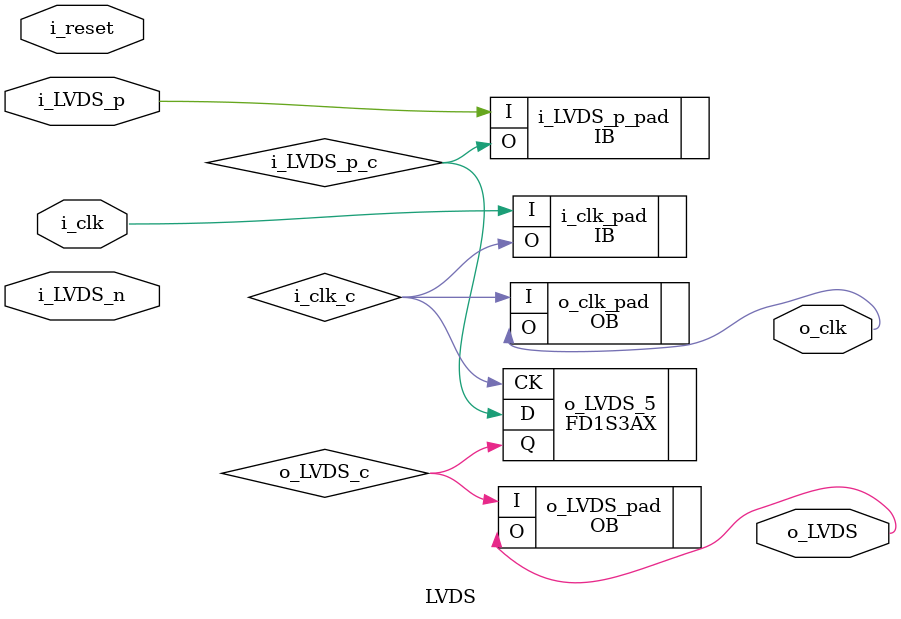
<source format=v>

module LVDS (i_clk, i_reset, i_LVDS_p, i_LVDS_n, o_clk, o_LVDS) /* synthesis syn_module_defined=1 */ ;   // /home/user/SDR-HLS/Testing/LVDS Test/LVDS.v(1[8:12])
    input i_clk;   // /home/user/SDR-HLS/Testing/LVDS Test/LVDS.v(3[16:21])
    input i_reset;   // /home/user/SDR-HLS/Testing/LVDS Test/LVDS.v(4[16:23])
    input i_LVDS_p;   // /home/user/SDR-HLS/Testing/LVDS Test/LVDS.v(5[16:24])
    input i_LVDS_n;   // /home/user/SDR-HLS/Testing/LVDS Test/LVDS.v(6[16:24])
    output o_clk;   // /home/user/SDR-HLS/Testing/LVDS Test/LVDS.v(8[17:22])
    output o_LVDS;   // /home/user/SDR-HLS/Testing/LVDS Test/LVDS.v(9[16:22])
    
    wire i_clk_c /* synthesis is_clock=1, SET_AS_NETWORK=i_clk_c */ ;   // /home/user/SDR-HLS/Testing/LVDS Test/LVDS.v(3[16:21])
    
    wire i_reset_c, i_LVDS_p_c, o_LVDS_c, GND_net, n5, VCC_net;
    
    VLO i24 (.Z(GND_net));
    OB o_clk_pad (.I(i_clk_c), .O(o_clk));   // /home/user/SDR-HLS/Testing/LVDS Test/LVDS.v(8[17:22])
    LUT4 i15_1_lut (.A(i_reset_c), .Z(n5)) /* synthesis lut_function=(!(A)) */ ;   // /home/user/SDR-HLS/Testing/LVDS Test/LVDS.v(4[16:23])
    defparam i15_1_lut.init = 16'h5555;
    OB o_LVDS_pad (.I(o_LVDS_c), .O(o_LVDS));   // /home/user/SDR-HLS/Testing/LVDS Test/LVDS.v(9[16:22])
    IB i_clk_pad (.I(i_clk), .O(i_clk_c));   // /home/user/SDR-HLS/Testing/LVDS Test/LVDS.v(3[16:21])
    IB i_reset_pad (.I(i_reset), .O(i_reset_c));   // /home/user/SDR-HLS/Testing/LVDS Test/LVDS.v(4[16:23])
    IB i_LVDS_p_pad (.I(i_LVDS_p), .O(i_LVDS_p_c));   // /home/user/SDR-HLS/Testing/LVDS Test/LVDS.v(5[16:24])
    GSR GSR_INST (.GSR(n5));
    PUR PUR_INST (.PUR(VCC_net));
    defparam PUR_INST.RST_PULSE = 1;
    FD1S3AX o_LVDS_5 (.D(i_LVDS_p_c), .CK(i_clk_c), .Q(o_LVDS_c));   // /home/user/SDR-HLS/Testing/LVDS Test/LVDS.v(16[14] 18[8])
    defparam o_LVDS_5.GSR = "ENABLED";
    VHI i27 (.Z(VCC_net));
    
endmodule
//
// Verilog Description of module PUR
// module not written out since it is a black-box. 
//


</source>
